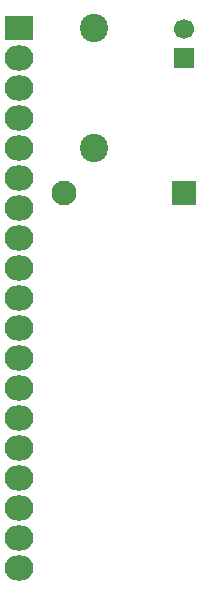
<source format=gbs>
G04 #@! TF.FileFunction,Soldermask,Bot*
%FSLAX46Y46*%
G04 Gerber Fmt 4.6, Leading zero omitted, Abs format (unit mm)*
G04 Created by KiCad (PCBNEW 4.0.4+e1-6308~48~ubuntu16.04.1-stable) date Mon Oct 24 12:06:04 2016*
%MOMM*%
%LPD*%
G01*
G04 APERTURE LIST*
%ADD10C,0.100000*%
%ADD11R,1.700000X1.700000*%
%ADD12C,1.700000*%
%ADD13C,2.398980*%
%ADD14C,2.099260*%
%ADD15R,2.099260X2.099260*%
%ADD16R,2.432000X2.127200*%
%ADD17O,2.432000X2.127200*%
G04 APERTURE END LIST*
D10*
D11*
X144780000Y-107950000D03*
D12*
X144780000Y-105450000D03*
D13*
X137160000Y-115570000D03*
X137160000Y-105410000D03*
D14*
X134619480Y-119382540D03*
D15*
X144779480Y-119382540D03*
D16*
X130810000Y-105410000D03*
D17*
X130810000Y-107950000D03*
X130810000Y-110490000D03*
X130810000Y-113030000D03*
X130810000Y-115570000D03*
X130810000Y-118110000D03*
X130810000Y-120650000D03*
X130810000Y-123190000D03*
X130810000Y-125730000D03*
X130810000Y-128270000D03*
X130810000Y-130810000D03*
X130810000Y-133350000D03*
X130810000Y-135890000D03*
X130810000Y-138430000D03*
X130810000Y-140970000D03*
X130810000Y-143510000D03*
X130810000Y-146050000D03*
X130810000Y-148590000D03*
X130810000Y-151130000D03*
M02*

</source>
